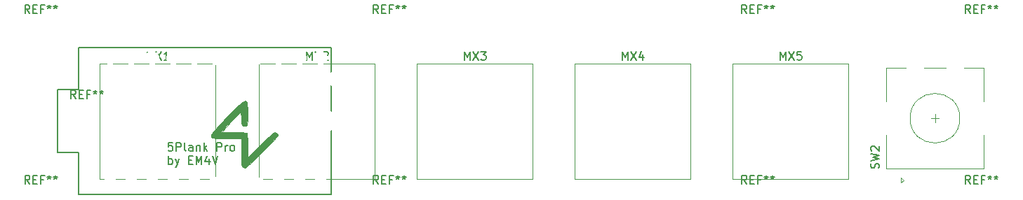
<source format=gto>
G04 #@! TF.GenerationSoftware,KiCad,Pcbnew,(5.1.4)-1*
G04 #@! TF.CreationDate,2021-12-24T02:42:09+01:00*
G04 #@! TF.ProjectId,5Plank,35506c61-6e6b-42e6-9b69-6361645f7063,rev?*
G04 #@! TF.SameCoordinates,Original*
G04 #@! TF.FileFunction,Legend,Top*
G04 #@! TF.FilePolarity,Positive*
%FSLAX46Y46*%
G04 Gerber Fmt 4.6, Leading zero omitted, Abs format (unit mm)*
G04 Created by KiCad (PCBNEW (5.1.4)-1) date 2021-12-24 02:42:09*
%MOMM*%
%LPD*%
G04 APERTURE LIST*
%ADD10C,0.150000*%
%ADD11C,0.120000*%
%ADD12C,0.010000*%
%ADD13C,2.202000*%
%ADD14R,2.102000X2.102000*%
%ADD15C,2.102000*%
%ADD16R,2.102000X3.302000*%
%ADD17C,1.802000*%
%ADD18C,4.102000*%
%ADD19C,2.302000*%
%ADD20C,1.702000*%
%ADD21R,1.702000X1.702000*%
G04 APERTURE END LIST*
D10*
X143686785Y-88321130D02*
X143210595Y-88321130D01*
X143162976Y-88797321D01*
X143210595Y-88749702D01*
X143305833Y-88702083D01*
X143543928Y-88702083D01*
X143639166Y-88749702D01*
X143686785Y-88797321D01*
X143734404Y-88892559D01*
X143734404Y-89130654D01*
X143686785Y-89225892D01*
X143639166Y-89273511D01*
X143543928Y-89321130D01*
X143305833Y-89321130D01*
X143210595Y-89273511D01*
X143162976Y-89225892D01*
X144162976Y-89321130D02*
X144162976Y-88321130D01*
X144543928Y-88321130D01*
X144639166Y-88368750D01*
X144686785Y-88416369D01*
X144734404Y-88511607D01*
X144734404Y-88654464D01*
X144686785Y-88749702D01*
X144639166Y-88797321D01*
X144543928Y-88844940D01*
X144162976Y-88844940D01*
X145305833Y-89321130D02*
X145210595Y-89273511D01*
X145162976Y-89178273D01*
X145162976Y-88321130D01*
X146115357Y-89321130D02*
X146115357Y-88797321D01*
X146067738Y-88702083D01*
X145972500Y-88654464D01*
X145782023Y-88654464D01*
X145686785Y-88702083D01*
X146115357Y-89273511D02*
X146020119Y-89321130D01*
X145782023Y-89321130D01*
X145686785Y-89273511D01*
X145639166Y-89178273D01*
X145639166Y-89083035D01*
X145686785Y-88987797D01*
X145782023Y-88940178D01*
X146020119Y-88940178D01*
X146115357Y-88892559D01*
X146591547Y-88654464D02*
X146591547Y-89321130D01*
X146591547Y-88749702D02*
X146639166Y-88702083D01*
X146734404Y-88654464D01*
X146877261Y-88654464D01*
X146972500Y-88702083D01*
X147020119Y-88797321D01*
X147020119Y-89321130D01*
X147496309Y-89321130D02*
X147496309Y-88321130D01*
X147591547Y-88940178D02*
X147877261Y-89321130D01*
X147877261Y-88654464D02*
X147496309Y-89035416D01*
X149067738Y-89321130D02*
X149067738Y-88321130D01*
X149448690Y-88321130D01*
X149543928Y-88368750D01*
X149591547Y-88416369D01*
X149639166Y-88511607D01*
X149639166Y-88654464D01*
X149591547Y-88749702D01*
X149543928Y-88797321D01*
X149448690Y-88844940D01*
X149067738Y-88844940D01*
X150067738Y-89321130D02*
X150067738Y-88654464D01*
X150067738Y-88844940D02*
X150115357Y-88749702D01*
X150162976Y-88702083D01*
X150258214Y-88654464D01*
X150353452Y-88654464D01*
X150829642Y-89321130D02*
X150734404Y-89273511D01*
X150686785Y-89225892D01*
X150639166Y-89130654D01*
X150639166Y-88844940D01*
X150686785Y-88749702D01*
X150734404Y-88702083D01*
X150829642Y-88654464D01*
X150972500Y-88654464D01*
X151067738Y-88702083D01*
X151115357Y-88749702D01*
X151162976Y-88844940D01*
X151162976Y-89130654D01*
X151115357Y-89225892D01*
X151067738Y-89273511D01*
X150972500Y-89321130D01*
X150829642Y-89321130D01*
X143210595Y-90971130D02*
X143210595Y-89971130D01*
X143210595Y-90352083D02*
X143305833Y-90304464D01*
X143496309Y-90304464D01*
X143591547Y-90352083D01*
X143639166Y-90399702D01*
X143686785Y-90494940D01*
X143686785Y-90780654D01*
X143639166Y-90875892D01*
X143591547Y-90923511D01*
X143496309Y-90971130D01*
X143305833Y-90971130D01*
X143210595Y-90923511D01*
X144020119Y-90304464D02*
X144258214Y-90971130D01*
X144496309Y-90304464D02*
X144258214Y-90971130D01*
X144162976Y-91209226D01*
X144115357Y-91256845D01*
X144020119Y-91304464D01*
X145639166Y-90447321D02*
X145972500Y-90447321D01*
X146115357Y-90971130D02*
X145639166Y-90971130D01*
X145639166Y-89971130D01*
X146115357Y-89971130D01*
X146543928Y-90971130D02*
X146543928Y-89971130D01*
X146877261Y-90685416D01*
X147210595Y-89971130D01*
X147210595Y-90971130D01*
X148115357Y-90304464D02*
X148115357Y-90971130D01*
X147877261Y-89923511D02*
X147639166Y-90637797D01*
X148258214Y-90637797D01*
X148496309Y-89971130D02*
X148829642Y-90971130D01*
X149162976Y-89971130D01*
D11*
X238700000Y-85368750D02*
G75*
G03X238700000Y-85368750I-3000000J0D01*
G01*
X229800000Y-83368750D02*
X229800000Y-79268750D01*
X241600000Y-79268750D02*
X241600000Y-83368750D01*
X241600000Y-87368750D02*
X241600000Y-91468750D01*
X229800000Y-87368750D02*
X229800000Y-91468750D01*
X229800000Y-91468750D02*
X241600000Y-91468750D01*
X231900000Y-92868750D02*
X231600000Y-93168750D01*
X231600000Y-93168750D02*
X231600000Y-92568750D01*
X231600000Y-92568750D02*
X231900000Y-92868750D01*
X229800000Y-79268750D02*
X232200000Y-79268750D01*
X234400000Y-79268750D02*
X237000000Y-79268750D01*
X239200000Y-79268750D02*
X241600000Y-79268750D01*
X235200000Y-85368750D02*
X236200000Y-85368750D01*
X235700000Y-85868750D02*
X235700000Y-84868750D01*
D12*
G36*
X152604421Y-83318749D02*
G01*
X152678550Y-83493704D01*
X152718667Y-83774990D01*
X152735216Y-84160665D01*
X152738638Y-84648784D01*
X152738666Y-84772500D01*
X152735428Y-85316567D01*
X152721871Y-85714031D01*
X152692229Y-85987559D01*
X152640738Y-86159821D01*
X152561633Y-86253485D01*
X152449150Y-86291220D01*
X152351100Y-86296500D01*
X152191242Y-86268539D01*
X152082130Y-86167390D01*
X152013282Y-85967159D01*
X151974218Y-85641951D01*
X151959040Y-85327885D01*
X151934333Y-84579755D01*
X150761127Y-85819128D01*
X149587922Y-87058500D01*
X151061694Y-87058500D01*
X151672806Y-87063180D01*
X152125801Y-87077692D01*
X152431652Y-87102743D01*
X152601327Y-87139041D01*
X152637066Y-87160100D01*
X152679370Y-87271289D01*
X152709808Y-87515066D01*
X152729084Y-87902165D01*
X152737906Y-88443319D01*
X152738666Y-88704409D01*
X152738666Y-90147117D01*
X154284669Y-88602809D01*
X154820473Y-88074492D01*
X155264625Y-87651165D01*
X155611711Y-87337691D01*
X155856318Y-87138937D01*
X155993031Y-87059765D01*
X156003402Y-87058500D01*
X156235144Y-87130238D01*
X156364186Y-87321679D01*
X156379333Y-87437757D01*
X156320390Y-87546332D01*
X156155482Y-87752559D01*
X155902487Y-88038609D01*
X155579283Y-88386651D01*
X155203748Y-88778854D01*
X154793762Y-89197388D01*
X154367203Y-89624422D01*
X153941948Y-90042126D01*
X153535878Y-90432670D01*
X153166869Y-90778223D01*
X152852802Y-91060954D01*
X152611554Y-91263033D01*
X152461003Y-91366630D01*
X152429981Y-91376500D01*
X152238941Y-91316403D01*
X152116788Y-91221667D01*
X152067173Y-91145986D01*
X152030579Y-91028478D01*
X152005128Y-90845317D01*
X151988944Y-90572675D01*
X151980148Y-90186724D01*
X151976862Y-89663635D01*
X151976666Y-89443667D01*
X151976666Y-87820500D01*
X150320100Y-87820500D01*
X149740661Y-87815994D01*
X149245578Y-87803196D01*
X148857277Y-87783185D01*
X148598181Y-87757042D01*
X148499767Y-87732855D01*
X148395763Y-87664133D01*
X148336704Y-87581974D01*
X148331303Y-87473988D01*
X148388269Y-87327781D01*
X148516315Y-87130964D01*
X148724153Y-86871144D01*
X149020492Y-86535930D01*
X149414046Y-86112931D01*
X149913524Y-85589754D01*
X150256033Y-85234655D01*
X150860630Y-84610855D01*
X151358119Y-84106995D01*
X151758941Y-83721130D01*
X152073540Y-83451317D01*
X152312358Y-83295612D01*
X152485838Y-83252071D01*
X152604421Y-83318749D01*
X152604421Y-83318749D01*
G37*
X152604421Y-83318749D02*
X152678550Y-83493704D01*
X152718667Y-83774990D01*
X152735216Y-84160665D01*
X152738638Y-84648784D01*
X152738666Y-84772500D01*
X152735428Y-85316567D01*
X152721871Y-85714031D01*
X152692229Y-85987559D01*
X152640738Y-86159821D01*
X152561633Y-86253485D01*
X152449150Y-86291220D01*
X152351100Y-86296500D01*
X152191242Y-86268539D01*
X152082130Y-86167390D01*
X152013282Y-85967159D01*
X151974218Y-85641951D01*
X151959040Y-85327885D01*
X151934333Y-84579755D01*
X150761127Y-85819128D01*
X149587922Y-87058500D01*
X151061694Y-87058500D01*
X151672806Y-87063180D01*
X152125801Y-87077692D01*
X152431652Y-87102743D01*
X152601327Y-87139041D01*
X152637066Y-87160100D01*
X152679370Y-87271289D01*
X152709808Y-87515066D01*
X152729084Y-87902165D01*
X152737906Y-88443319D01*
X152738666Y-88704409D01*
X152738666Y-90147117D01*
X154284669Y-88602809D01*
X154820473Y-88074492D01*
X155264625Y-87651165D01*
X155611711Y-87337691D01*
X155856318Y-87138937D01*
X155993031Y-87059765D01*
X156003402Y-87058500D01*
X156235144Y-87130238D01*
X156364186Y-87321679D01*
X156379333Y-87437757D01*
X156320390Y-87546332D01*
X156155482Y-87752559D01*
X155902487Y-88038609D01*
X155579283Y-88386651D01*
X155203748Y-88778854D01*
X154793762Y-89197388D01*
X154367203Y-89624422D01*
X153941948Y-90042126D01*
X153535878Y-90432670D01*
X153166869Y-90778223D01*
X152852802Y-91060954D01*
X152611554Y-91263033D01*
X152461003Y-91366630D01*
X152429981Y-91376500D01*
X152238941Y-91316403D01*
X152116788Y-91221667D01*
X152067173Y-91145986D01*
X152030579Y-91028478D01*
X152005128Y-90845317D01*
X151988944Y-90572675D01*
X151980148Y-90186724D01*
X151976862Y-89663635D01*
X151976666Y-89443667D01*
X151976666Y-87820500D01*
X150320100Y-87820500D01*
X149740661Y-87815994D01*
X149245578Y-87803196D01*
X148857277Y-87783185D01*
X148598181Y-87757042D01*
X148499767Y-87732855D01*
X148395763Y-87664133D01*
X148336704Y-87581974D01*
X148331303Y-87473988D01*
X148388269Y-87327781D01*
X148516315Y-87130964D01*
X148724153Y-86871144D01*
X149020492Y-86535930D01*
X149414046Y-86112931D01*
X149913524Y-85589754D01*
X150256033Y-85234655D01*
X150860630Y-84610855D01*
X151358119Y-84106995D01*
X151758941Y-83721130D01*
X152073540Y-83451317D01*
X152312358Y-83295612D01*
X152485838Y-83252071D01*
X152604421Y-83318749D01*
D11*
X173196250Y-92710000D02*
X173196250Y-78740000D01*
X187166250Y-92710000D02*
X173196250Y-92710000D01*
X187166250Y-78740000D02*
X187166250Y-92710000D01*
X173196250Y-78740000D02*
X187166250Y-78740000D01*
D10*
X162877500Y-76835000D02*
X162877500Y-94615000D01*
X132397500Y-76835000D02*
X162877500Y-76835000D01*
X132397500Y-81915000D02*
X132397500Y-76835000D01*
X129857500Y-81915000D02*
X132397500Y-81915000D01*
X129857500Y-89535000D02*
X129857500Y-81915000D01*
X132397500Y-89535000D02*
X129857500Y-89535000D01*
X132397500Y-94615000D02*
X132397500Y-89535000D01*
X132397500Y-94615000D02*
X162877500Y-94615000D01*
D11*
X211296250Y-92710000D02*
X211296250Y-78740000D01*
X225266250Y-92710000D02*
X211296250Y-92710000D01*
X225266250Y-78740000D02*
X225266250Y-92710000D01*
X211296250Y-78740000D02*
X225266250Y-78740000D01*
X192246250Y-92710000D02*
X192246250Y-78740000D01*
X206216250Y-92710000D02*
X192246250Y-92710000D01*
X206216250Y-78740000D02*
X206216250Y-92710000D01*
X192246250Y-78740000D02*
X206216250Y-78740000D01*
X154146250Y-92710000D02*
X154146250Y-78740000D01*
X168116250Y-92710000D02*
X154146250Y-92710000D01*
X168116250Y-78740000D02*
X168116250Y-92710000D01*
X154146250Y-78740000D02*
X168116250Y-78740000D01*
X134937500Y-92710000D02*
X134937500Y-78740000D01*
X148907500Y-92710000D02*
X134937500Y-92710000D01*
X148907500Y-78740000D02*
X148907500Y-92710000D01*
X134937500Y-78740000D02*
X148907500Y-78740000D01*
D10*
X126460416Y-93296130D02*
X126127083Y-92819940D01*
X125888988Y-93296130D02*
X125888988Y-92296130D01*
X126269940Y-92296130D01*
X126365178Y-92343750D01*
X126412797Y-92391369D01*
X126460416Y-92486607D01*
X126460416Y-92629464D01*
X126412797Y-92724702D01*
X126365178Y-92772321D01*
X126269940Y-92819940D01*
X125888988Y-92819940D01*
X126888988Y-92772321D02*
X127222321Y-92772321D01*
X127365178Y-93296130D02*
X126888988Y-93296130D01*
X126888988Y-92296130D01*
X127365178Y-92296130D01*
X128127083Y-92772321D02*
X127793750Y-92772321D01*
X127793750Y-93296130D02*
X127793750Y-92296130D01*
X128269940Y-92296130D01*
X128793750Y-92296130D02*
X128793750Y-92534226D01*
X128555654Y-92438988D02*
X128793750Y-92534226D01*
X129031845Y-92438988D01*
X128650892Y-92724702D02*
X128793750Y-92534226D01*
X128936607Y-92724702D01*
X129555654Y-92296130D02*
X129555654Y-92534226D01*
X129317559Y-92438988D02*
X129555654Y-92534226D01*
X129793750Y-92438988D01*
X129412797Y-92724702D02*
X129555654Y-92534226D01*
X129698511Y-92724702D01*
X126460416Y-72658630D02*
X126127083Y-72182440D01*
X125888988Y-72658630D02*
X125888988Y-71658630D01*
X126269940Y-71658630D01*
X126365178Y-71706250D01*
X126412797Y-71753869D01*
X126460416Y-71849107D01*
X126460416Y-71991964D01*
X126412797Y-72087202D01*
X126365178Y-72134821D01*
X126269940Y-72182440D01*
X125888988Y-72182440D01*
X126888988Y-72134821D02*
X127222321Y-72134821D01*
X127365178Y-72658630D02*
X126888988Y-72658630D01*
X126888988Y-71658630D01*
X127365178Y-71658630D01*
X128127083Y-72134821D02*
X127793750Y-72134821D01*
X127793750Y-72658630D02*
X127793750Y-71658630D01*
X128269940Y-71658630D01*
X128793750Y-71658630D02*
X128793750Y-71896726D01*
X128555654Y-71801488D02*
X128793750Y-71896726D01*
X129031845Y-71801488D01*
X128650892Y-72087202D02*
X128793750Y-71896726D01*
X128936607Y-72087202D01*
X129555654Y-71658630D02*
X129555654Y-71896726D01*
X129317559Y-71801488D02*
X129555654Y-71896726D01*
X129793750Y-71801488D01*
X129412797Y-72087202D02*
X129555654Y-71896726D01*
X129698511Y-72087202D01*
X228904761Y-91402083D02*
X228952380Y-91259226D01*
X228952380Y-91021130D01*
X228904761Y-90925892D01*
X228857142Y-90878273D01*
X228761904Y-90830654D01*
X228666666Y-90830654D01*
X228571428Y-90878273D01*
X228523809Y-90925892D01*
X228476190Y-91021130D01*
X228428571Y-91211607D01*
X228380952Y-91306845D01*
X228333333Y-91354464D01*
X228238095Y-91402083D01*
X228142857Y-91402083D01*
X228047619Y-91354464D01*
X228000000Y-91306845D01*
X227952380Y-91211607D01*
X227952380Y-90973511D01*
X228000000Y-90830654D01*
X227952380Y-90497321D02*
X228952380Y-90259226D01*
X228238095Y-90068750D01*
X228952380Y-89878273D01*
X227952380Y-89640178D01*
X228047619Y-89306845D02*
X228000000Y-89259226D01*
X227952380Y-89163988D01*
X227952380Y-88925892D01*
X228000000Y-88830654D01*
X228047619Y-88783035D01*
X228142857Y-88735416D01*
X228238095Y-88735416D01*
X228380952Y-88783035D01*
X228952380Y-89354464D01*
X228952380Y-88735416D01*
X212979166Y-93296130D02*
X212645833Y-92819940D01*
X212407738Y-93296130D02*
X212407738Y-92296130D01*
X212788690Y-92296130D01*
X212883928Y-92343750D01*
X212931547Y-92391369D01*
X212979166Y-92486607D01*
X212979166Y-92629464D01*
X212931547Y-92724702D01*
X212883928Y-92772321D01*
X212788690Y-92819940D01*
X212407738Y-92819940D01*
X213407738Y-92772321D02*
X213741071Y-92772321D01*
X213883928Y-93296130D02*
X213407738Y-93296130D01*
X213407738Y-92296130D01*
X213883928Y-92296130D01*
X214645833Y-92772321D02*
X214312500Y-92772321D01*
X214312500Y-93296130D02*
X214312500Y-92296130D01*
X214788690Y-92296130D01*
X215312500Y-92296130D02*
X215312500Y-92534226D01*
X215074404Y-92438988D02*
X215312500Y-92534226D01*
X215550595Y-92438988D01*
X215169642Y-92724702D02*
X215312500Y-92534226D01*
X215455357Y-92724702D01*
X216074404Y-92296130D02*
X216074404Y-92534226D01*
X215836309Y-92438988D02*
X216074404Y-92534226D01*
X216312500Y-92438988D01*
X215931547Y-92724702D02*
X216074404Y-92534226D01*
X216217261Y-92724702D01*
X212979166Y-72658630D02*
X212645833Y-72182440D01*
X212407738Y-72658630D02*
X212407738Y-71658630D01*
X212788690Y-71658630D01*
X212883928Y-71706250D01*
X212931547Y-71753869D01*
X212979166Y-71849107D01*
X212979166Y-71991964D01*
X212931547Y-72087202D01*
X212883928Y-72134821D01*
X212788690Y-72182440D01*
X212407738Y-72182440D01*
X213407738Y-72134821D02*
X213741071Y-72134821D01*
X213883928Y-72658630D02*
X213407738Y-72658630D01*
X213407738Y-71658630D01*
X213883928Y-71658630D01*
X214645833Y-72134821D02*
X214312500Y-72134821D01*
X214312500Y-72658630D02*
X214312500Y-71658630D01*
X214788690Y-71658630D01*
X215312500Y-71658630D02*
X215312500Y-71896726D01*
X215074404Y-71801488D02*
X215312500Y-71896726D01*
X215550595Y-71801488D01*
X215169642Y-72087202D02*
X215312500Y-71896726D01*
X215455357Y-72087202D01*
X216074404Y-71658630D02*
X216074404Y-71896726D01*
X215836309Y-71801488D02*
X216074404Y-71896726D01*
X216312500Y-71801488D01*
X215931547Y-72087202D02*
X216074404Y-71896726D01*
X216217261Y-72087202D01*
X178895535Y-78303380D02*
X178895535Y-77303380D01*
X179228869Y-78017666D01*
X179562202Y-77303380D01*
X179562202Y-78303380D01*
X179943154Y-77303380D02*
X180609821Y-78303380D01*
X180609821Y-77303380D02*
X179943154Y-78303380D01*
X180895535Y-77303380D02*
X181514583Y-77303380D01*
X181181250Y-77684333D01*
X181324107Y-77684333D01*
X181419345Y-77731952D01*
X181466964Y-77779571D01*
X181514583Y-77874809D01*
X181514583Y-78112904D01*
X181466964Y-78208142D01*
X181419345Y-78255761D01*
X181324107Y-78303380D01*
X181038392Y-78303380D01*
X180943154Y-78255761D01*
X180895535Y-78208142D01*
X168529166Y-72658630D02*
X168195833Y-72182440D01*
X167957738Y-72658630D02*
X167957738Y-71658630D01*
X168338690Y-71658630D01*
X168433928Y-71706250D01*
X168481547Y-71753869D01*
X168529166Y-71849107D01*
X168529166Y-71991964D01*
X168481547Y-72087202D01*
X168433928Y-72134821D01*
X168338690Y-72182440D01*
X167957738Y-72182440D01*
X168957738Y-72134821D02*
X169291071Y-72134821D01*
X169433928Y-72658630D02*
X168957738Y-72658630D01*
X168957738Y-71658630D01*
X169433928Y-71658630D01*
X170195833Y-72134821D02*
X169862500Y-72134821D01*
X169862500Y-72658630D02*
X169862500Y-71658630D01*
X170338690Y-71658630D01*
X170862500Y-71658630D02*
X170862500Y-71896726D01*
X170624404Y-71801488D02*
X170862500Y-71896726D01*
X171100595Y-71801488D01*
X170719642Y-72087202D02*
X170862500Y-71896726D01*
X171005357Y-72087202D01*
X171624404Y-71658630D02*
X171624404Y-71896726D01*
X171386309Y-71801488D02*
X171624404Y-71896726D01*
X171862500Y-71801488D01*
X171481547Y-72087202D02*
X171624404Y-71896726D01*
X171767261Y-72087202D01*
X168529166Y-93296130D02*
X168195833Y-92819940D01*
X167957738Y-93296130D02*
X167957738Y-92296130D01*
X168338690Y-92296130D01*
X168433928Y-92343750D01*
X168481547Y-92391369D01*
X168529166Y-92486607D01*
X168529166Y-92629464D01*
X168481547Y-92724702D01*
X168433928Y-92772321D01*
X168338690Y-92819940D01*
X167957738Y-92819940D01*
X168957738Y-92772321D02*
X169291071Y-92772321D01*
X169433928Y-93296130D02*
X168957738Y-93296130D01*
X168957738Y-92296130D01*
X169433928Y-92296130D01*
X170195833Y-92772321D02*
X169862500Y-92772321D01*
X169862500Y-93296130D02*
X169862500Y-92296130D01*
X170338690Y-92296130D01*
X170862500Y-92296130D02*
X170862500Y-92534226D01*
X170624404Y-92438988D02*
X170862500Y-92534226D01*
X171100595Y-92438988D01*
X170719642Y-92724702D02*
X170862500Y-92534226D01*
X171005357Y-92724702D01*
X171624404Y-92296130D02*
X171624404Y-92534226D01*
X171386309Y-92438988D02*
X171624404Y-92534226D01*
X171862500Y-92438988D01*
X171481547Y-92724702D02*
X171624404Y-92534226D01*
X171767261Y-92724702D01*
X239966666Y-72658630D02*
X239633333Y-72182440D01*
X239395238Y-72658630D02*
X239395238Y-71658630D01*
X239776190Y-71658630D01*
X239871428Y-71706250D01*
X239919047Y-71753869D01*
X239966666Y-71849107D01*
X239966666Y-71991964D01*
X239919047Y-72087202D01*
X239871428Y-72134821D01*
X239776190Y-72182440D01*
X239395238Y-72182440D01*
X240395238Y-72134821D02*
X240728571Y-72134821D01*
X240871428Y-72658630D02*
X240395238Y-72658630D01*
X240395238Y-71658630D01*
X240871428Y-71658630D01*
X241633333Y-72134821D02*
X241300000Y-72134821D01*
X241300000Y-72658630D02*
X241300000Y-71658630D01*
X241776190Y-71658630D01*
X242300000Y-71658630D02*
X242300000Y-71896726D01*
X242061904Y-71801488D02*
X242300000Y-71896726D01*
X242538095Y-71801488D01*
X242157142Y-72087202D02*
X242300000Y-71896726D01*
X242442857Y-72087202D01*
X243061904Y-71658630D02*
X243061904Y-71896726D01*
X242823809Y-71801488D02*
X243061904Y-71896726D01*
X243300000Y-71801488D01*
X242919047Y-72087202D02*
X243061904Y-71896726D01*
X243204761Y-72087202D01*
X239966666Y-93296130D02*
X239633333Y-92819940D01*
X239395238Y-93296130D02*
X239395238Y-92296130D01*
X239776190Y-92296130D01*
X239871428Y-92343750D01*
X239919047Y-92391369D01*
X239966666Y-92486607D01*
X239966666Y-92629464D01*
X239919047Y-92724702D01*
X239871428Y-92772321D01*
X239776190Y-92819940D01*
X239395238Y-92819940D01*
X240395238Y-92772321D02*
X240728571Y-92772321D01*
X240871428Y-93296130D02*
X240395238Y-93296130D01*
X240395238Y-92296130D01*
X240871428Y-92296130D01*
X241633333Y-92772321D02*
X241300000Y-92772321D01*
X241300000Y-93296130D02*
X241300000Y-92296130D01*
X241776190Y-92296130D01*
X242300000Y-92296130D02*
X242300000Y-92534226D01*
X242061904Y-92438988D02*
X242300000Y-92534226D01*
X242538095Y-92438988D01*
X242157142Y-92724702D02*
X242300000Y-92534226D01*
X242442857Y-92724702D01*
X243061904Y-92296130D02*
X243061904Y-92534226D01*
X242823809Y-92438988D02*
X243061904Y-92534226D01*
X243300000Y-92438988D01*
X242919047Y-92724702D02*
X243061904Y-92534226D01*
X243204761Y-92724702D01*
X132016666Y-82977380D02*
X131683333Y-82501190D01*
X131445238Y-82977380D02*
X131445238Y-81977380D01*
X131826190Y-81977380D01*
X131921428Y-82025000D01*
X131969047Y-82072619D01*
X132016666Y-82167857D01*
X132016666Y-82310714D01*
X131969047Y-82405952D01*
X131921428Y-82453571D01*
X131826190Y-82501190D01*
X131445238Y-82501190D01*
X132445238Y-82453571D02*
X132778571Y-82453571D01*
X132921428Y-82977380D02*
X132445238Y-82977380D01*
X132445238Y-81977380D01*
X132921428Y-81977380D01*
X133683333Y-82453571D02*
X133350000Y-82453571D01*
X133350000Y-82977380D02*
X133350000Y-81977380D01*
X133826190Y-81977380D01*
X134350000Y-81977380D02*
X134350000Y-82215476D01*
X134111904Y-82120238D02*
X134350000Y-82215476D01*
X134588095Y-82120238D01*
X134207142Y-82405952D02*
X134350000Y-82215476D01*
X134492857Y-82405952D01*
X135111904Y-81977380D02*
X135111904Y-82215476D01*
X134873809Y-82120238D02*
X135111904Y-82215476D01*
X135350000Y-82120238D01*
X134969047Y-82405952D02*
X135111904Y-82215476D01*
X135254761Y-82405952D01*
X216995535Y-78303380D02*
X216995535Y-77303380D01*
X217328869Y-78017666D01*
X217662202Y-77303380D01*
X217662202Y-78303380D01*
X218043154Y-77303380D02*
X218709821Y-78303380D01*
X218709821Y-77303380D02*
X218043154Y-78303380D01*
X219566964Y-77303380D02*
X219090773Y-77303380D01*
X219043154Y-77779571D01*
X219090773Y-77731952D01*
X219186011Y-77684333D01*
X219424107Y-77684333D01*
X219519345Y-77731952D01*
X219566964Y-77779571D01*
X219614583Y-77874809D01*
X219614583Y-78112904D01*
X219566964Y-78208142D01*
X219519345Y-78255761D01*
X219424107Y-78303380D01*
X219186011Y-78303380D01*
X219090773Y-78255761D01*
X219043154Y-78208142D01*
X197945535Y-78303380D02*
X197945535Y-77303380D01*
X198278869Y-78017666D01*
X198612202Y-77303380D01*
X198612202Y-78303380D01*
X198993154Y-77303380D02*
X199659821Y-78303380D01*
X199659821Y-77303380D02*
X198993154Y-78303380D01*
X200469345Y-77636714D02*
X200469345Y-78303380D01*
X200231250Y-77255761D02*
X199993154Y-77970047D01*
X200612202Y-77970047D01*
X159845535Y-78303380D02*
X159845535Y-77303380D01*
X160178869Y-78017666D01*
X160512202Y-77303380D01*
X160512202Y-78303380D01*
X160893154Y-77303380D02*
X161559821Y-78303380D01*
X161559821Y-77303380D02*
X160893154Y-78303380D01*
X161893154Y-77398619D02*
X161940773Y-77351000D01*
X162036011Y-77303380D01*
X162274107Y-77303380D01*
X162369345Y-77351000D01*
X162416964Y-77398619D01*
X162464583Y-77493857D01*
X162464583Y-77589095D01*
X162416964Y-77731952D01*
X161845535Y-78303380D01*
X162464583Y-78303380D01*
X140636785Y-78303380D02*
X140636785Y-77303380D01*
X140970119Y-78017666D01*
X141303452Y-77303380D01*
X141303452Y-78303380D01*
X141684404Y-77303380D02*
X142351071Y-78303380D01*
X142351071Y-77303380D02*
X141684404Y-78303380D01*
X143255833Y-78303380D02*
X142684404Y-78303380D01*
X142970119Y-78303380D02*
X142970119Y-77303380D01*
X142874880Y-77446238D01*
X142779642Y-77541476D01*
X142684404Y-77589095D01*
%LPC*%
D13*
X127793750Y-96043750D03*
X127793750Y-75406250D03*
D14*
X233200000Y-92868750D03*
D15*
X235700000Y-92868750D03*
X238200000Y-92868750D03*
D16*
X230100000Y-85368750D03*
X241300000Y-85368750D03*
D15*
X233200000Y-78368750D03*
X238200000Y-78368750D03*
D13*
X214312500Y-96043750D03*
X214312500Y-75406250D03*
D17*
X185261250Y-85725000D03*
X175101250Y-85725000D03*
D18*
X180181250Y-85725000D03*
D19*
X176371250Y-83185000D03*
X182721250Y-80645000D03*
D13*
X169862500Y-75406250D03*
X169862500Y-96043750D03*
X241300000Y-75406250D03*
X241300000Y-96043750D03*
X133350000Y-85725000D03*
D20*
X133667500Y-78105000D03*
X136207500Y-78105000D03*
X138747500Y-78105000D03*
X141287500Y-78105000D03*
X143827500Y-78105000D03*
X146367500Y-78105000D03*
X148907500Y-78105000D03*
X151447500Y-78105000D03*
X153987500Y-78105000D03*
X156527500Y-78105000D03*
X159067500Y-78105000D03*
X161607500Y-78105000D03*
X161607500Y-93345000D03*
X159067500Y-93345000D03*
X156527500Y-93345000D03*
X153987500Y-93345000D03*
X151447500Y-93345000D03*
X148907500Y-93345000D03*
X146367500Y-93345000D03*
X143827500Y-93345000D03*
X141287500Y-93345000D03*
X138747500Y-93345000D03*
X136207500Y-93345000D03*
D21*
X133667500Y-93345000D03*
D17*
X223361250Y-85725000D03*
X213201250Y-85725000D03*
D18*
X218281250Y-85725000D03*
D19*
X214471250Y-83185000D03*
X220821250Y-80645000D03*
D17*
X204311250Y-85725000D03*
X194151250Y-85725000D03*
D18*
X199231250Y-85725000D03*
D19*
X195421250Y-83185000D03*
X201771250Y-80645000D03*
D17*
X166211250Y-85725000D03*
X156051250Y-85725000D03*
D18*
X161131250Y-85725000D03*
D19*
X157321250Y-83185000D03*
X163671250Y-80645000D03*
D17*
X147002500Y-85725000D03*
X136842500Y-85725000D03*
D18*
X141922500Y-85725000D03*
D19*
X138112500Y-83185000D03*
X144462500Y-80645000D03*
M02*

</source>
